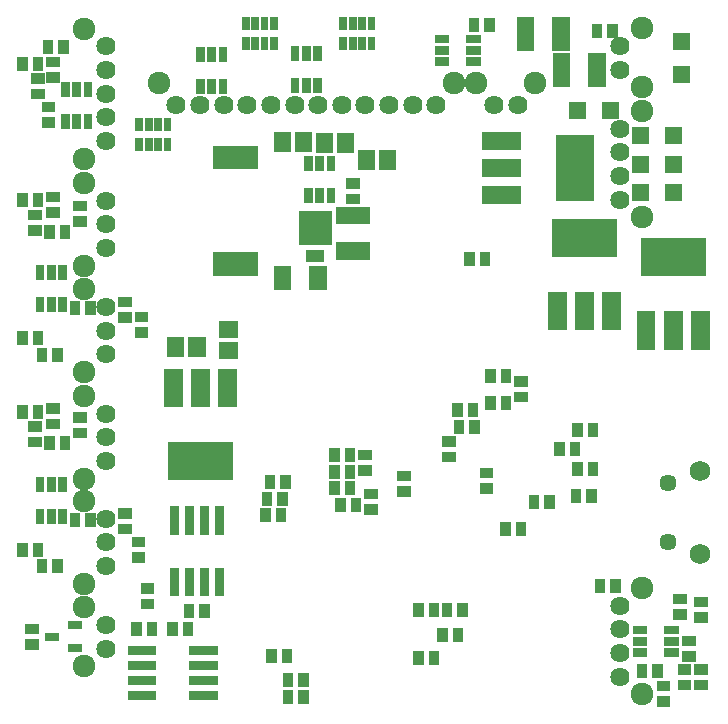
<source format=gbr>
G04 start of page 9 for group -4062 idx -4062 *
G04 Title: receiver, soldermask *
G04 Creator: pcb 20140316 *
G04 CreationDate: Tue 02 Jan 2018 12:34:38 AM GMT UTC *
G04 For: brian *
G04 Format: Gerber/RS-274X *
G04 PCB-Dimensions (mil): 6000.00 5000.00 *
G04 PCB-Coordinate-Origin: lower left *
%MOIN*%
%FSLAX25Y25*%
%LNBOTTOMMASK*%
%ADD146R,0.0300X0.0300*%
%ADD145R,0.0268X0.0268*%
%ADD144R,0.1280X0.1280*%
%ADD143C,0.0001*%
%ADD142R,0.0620X0.0620*%
%ADD141R,0.0400X0.0400*%
%ADD140R,0.1100X0.1100*%
%ADD139R,0.0787X0.0787*%
%ADD138R,0.0572X0.0572*%
%ADD137R,0.0260X0.0260*%
%ADD136R,0.0291X0.0291*%
%ADD135R,0.0355X0.0355*%
%ADD134C,0.0689*%
%ADD133C,0.0571*%
%ADD132C,0.0757*%
%ADD131C,0.0640*%
G54D131*X180283Y48563D03*
Y56437D03*
G54D132*X173016Y42657D03*
Y62343D03*
G54D131*X180283Y76126D03*
Y84000D03*
Y91874D03*
G54D132*X173016Y70220D03*
Y97780D03*
Y105220D03*
G54D131*X180283Y111126D03*
Y119000D03*
Y126874D03*
G54D132*X173016Y132780D03*
G54D131*X351717Y249437D03*
Y241563D03*
G54D132*X358984Y255343D03*
Y235657D03*
G54D131*X351717Y221811D03*
G54D132*X358984Y227717D03*
G54D131*X351717Y213937D03*
Y206063D03*
Y198189D03*
G54D132*X358984Y192283D03*
G54D131*X309563Y229717D03*
X317437D03*
G54D132*X323343Y236984D03*
X303657D03*
G54D131*X180283Y146626D03*
G54D132*X173016Y140720D03*
G54D131*X180283Y154500D03*
Y182126D03*
Y162374D03*
G54D132*X173016Y168280D03*
Y176220D03*
Y203780D03*
Y211846D03*
G54D133*X367661Y103843D03*
Y84157D03*
G54D134*X378291Y107780D03*
Y80220D03*
G54D131*X351717Y62811D03*
G54D132*X358984Y68717D03*
G54D131*X351717Y54937D03*
Y47063D03*
Y39189D03*
G54D132*X358984Y33283D03*
G54D131*X180283Y190000D03*
Y197874D03*
Y217752D03*
Y225626D03*
Y233500D03*
Y241374D03*
Y249248D03*
G54D132*X173016Y255154D03*
G54D131*X203693Y229717D03*
X211567D03*
X219441D03*
G54D132*X197787Y236984D03*
G54D131*X227315Y229717D03*
X235189D03*
X243063D03*
X250937D03*
X258811D03*
X266685D03*
X274559D03*
X282433D03*
X290307D03*
G54D132*X296213Y236984D03*
G54D135*X162008Y238941D02*X162992D01*
X162008Y244059D02*X162992D01*
G54D136*X174240Y235799D02*Y233831D01*
X170500Y235799D02*Y233831D01*
X166760Y235799D02*Y233831D01*
Y225169D02*Y223201D01*
G54D135*X160508Y223941D02*X161492D01*
X160508Y229059D02*X161492D01*
G54D136*X170500Y225169D02*Y223201D01*
X174240Y225169D02*Y223201D01*
G54D135*X157559Y243992D02*Y243008D01*
X152441Y243992D02*Y243008D01*
X160941Y249492D02*Y248508D01*
X166059Y249492D02*Y248508D01*
X157008Y233441D02*X157992D01*
X157008Y238559D02*X157992D01*
G54D136*X219240Y247614D02*Y245646D01*
X215500Y247614D02*Y245646D01*
X211760Y247614D02*Y245646D01*
Y236984D02*Y235016D01*
X215500Y236984D02*Y235016D01*
X219240Y236984D02*Y235016D01*
G54D137*X200724Y224232D02*Y222461D01*
X197575Y224232D02*Y222461D01*
X194425Y224232D02*Y222461D01*
X191276Y224232D02*Y222461D01*
X200724Y217539D02*Y215768D01*
X197575Y217539D02*Y215768D01*
X194425Y217539D02*Y215768D01*
X191276Y217539D02*Y215768D01*
G54D138*X238957Y217893D02*Y217107D01*
G54D139*X219957Y212217D02*X227043D01*
X219957Y176783D02*X227043D01*
G54D138*X239095Y173181D02*Y170819D01*
G54D135*X262008Y198441D02*X262992D01*
X262008Y203559D02*X262992D01*
G54D138*X259745Y192905D02*X265255D01*
G54D140*X250000Y189000D02*Y188500D01*
G54D141*X249000Y179500D02*X251000D01*
G54D138*X259745Y181095D02*X265255D01*
X250905Y173181D02*Y170819D01*
G54D136*X247760Y200669D02*Y198701D01*
X251500Y200669D02*Y198701D01*
X255240Y200669D02*Y198701D01*
G54D138*X246043Y217893D02*Y217107D01*
G54D136*X255240Y211299D02*Y209331D01*
G54D138*X260043Y217393D02*Y216607D01*
X252957Y217393D02*Y216607D01*
G54D136*X251500Y211299D02*Y209331D01*
X247760Y211299D02*Y209331D01*
G54D138*X274043Y211893D02*Y211107D01*
X266957Y211893D02*Y211107D01*
G54D136*X250740Y247799D02*Y245831D01*
X247000Y247799D02*Y245831D01*
X243260Y247799D02*Y245831D01*
Y237169D02*Y235201D01*
X247000Y237169D02*Y235201D01*
X250740Y237169D02*Y235201D01*
X165740Y174799D02*Y172831D01*
X162000Y174799D02*Y172831D01*
X158260Y174799D02*Y172831D01*
G54D135*X157559Y198492D02*Y197508D01*
X152441Y198492D02*Y197508D01*
X162008Y199059D02*X162992D01*
X171008Y196059D02*X171992D01*
X162008Y193941D02*X162992D01*
X166559Y187992D02*Y187008D01*
X161441Y187992D02*Y187008D01*
X171008Y190941D02*X171992D01*
X156008Y187941D02*X156992D01*
X156008Y193059D02*X156992D01*
G54D136*X158260Y164169D02*Y162201D01*
X162000Y164169D02*Y162201D01*
X165740Y164169D02*Y162201D01*
G54D135*X157559Y152492D02*Y151508D01*
X169941Y162492D02*Y161508D01*
X175059Y162492D02*Y161508D01*
X152441Y152492D02*Y151508D01*
X158941Y146992D02*Y146008D01*
X164059Y146992D02*Y146008D01*
X191508Y153941D02*X192492D01*
G54D138*X203457Y149393D02*Y148607D01*
G54D135*X191508Y159059D02*X192492D01*
X186008Y164059D02*X186992D01*
X186008Y158941D02*X186992D01*
G54D138*X220607Y147957D02*X221393D01*
X220607Y155043D02*X221393D01*
G54D142*X211700Y138700D02*Y132100D01*
X220800Y138700D02*Y132100D01*
G54D138*X210543Y149393D02*Y148607D01*
G54D142*X202700Y138700D02*Y132100D01*
G54D135*X349059Y254992D02*Y254008D01*
X343941Y254992D02*Y254008D01*
G54D138*X332095Y244255D02*Y238745D01*
X343905Y244255D02*Y238745D01*
X331905Y256255D02*Y250745D01*
G54D143*G36*
X369205Y242783D02*Y237193D01*
X374795D01*
Y242783D01*
X369205D01*
G37*
G36*
Y253807D02*Y248217D01*
X374795D01*
Y253807D01*
X369205D01*
G37*
G54D144*X364800Y179000D02*X373800D01*
X335300Y185500D02*X344300D01*
G54D142*X308800Y199700D02*X315400D01*
G54D143*G36*
X366717Y203295D02*Y197705D01*
X372307D01*
Y203295D01*
X366717D01*
G37*
G36*
X355693D02*Y197705D01*
X361283D01*
Y203295D01*
X355693D01*
G37*
G36*
X366717Y222295D02*Y216705D01*
X372307D01*
Y222295D01*
X366717D01*
G37*
G36*
X355693D02*Y216705D01*
X361283D01*
Y222295D01*
X355693D01*
G37*
G36*
X366717Y212795D02*Y207205D01*
X372307D01*
Y212795D01*
X366717D01*
G37*
G36*
X355693D02*Y207205D01*
X361283D01*
Y212795D01*
X355693D01*
G37*
G54D144*X336500Y213200D02*Y204200D01*
G54D143*G36*
X334693Y230795D02*Y225205D01*
X340283D01*
Y230795D01*
X334693D01*
G37*
G36*
X345717D02*Y225205D01*
X351307D01*
Y230795D01*
X345717D01*
G37*
G54D138*X320095Y256255D02*Y250745D01*
G54D135*X308059Y256992D02*Y256008D01*
X302941Y256992D02*Y256008D01*
G54D136*X301831Y244260D02*X303799D01*
X301831Y248000D02*X303799D01*
X301831Y251740D02*X303799D01*
X291201D02*X293169D01*
X291201Y248000D02*X293169D01*
X291201Y244260D02*X293169D01*
G54D142*X308800Y208700D02*X315400D01*
G54D135*X301441Y178992D02*Y178008D01*
X306559Y178992D02*Y178008D01*
G54D142*X308800Y217800D02*X315400D01*
G54D137*X236224Y257732D02*Y255961D01*
X268724Y257732D02*Y255961D01*
X265575Y257732D02*Y255961D01*
X262425Y257732D02*Y255961D01*
X259276Y257732D02*Y255961D01*
X236224Y251039D02*Y249268D01*
X233075Y251039D02*Y249268D01*
X229925Y251039D02*Y249268D01*
X226776Y251039D02*Y249268D01*
X233075Y257732D02*Y255961D01*
X229925Y257732D02*Y255961D01*
X226776Y257732D02*Y255961D01*
X268724Y251039D02*Y249268D01*
X265575Y251039D02*Y249268D01*
X262425Y251039D02*Y249268D01*
X259276Y251039D02*Y249268D01*
G54D135*X308441Y139992D02*Y139008D01*
X313559Y139992D02*Y139008D01*
X318008Y137559D02*X318992D01*
X308441Y130992D02*Y130008D01*
X313559Y130992D02*Y130008D01*
X318008Y132441D02*X318992D01*
X279008Y106059D02*X279992D01*
X306508Y107059D02*X307492D01*
X306508Y101941D02*X307492D01*
X279008Y100941D02*X279992D01*
X336559Y115492D02*Y114508D01*
X337441Y121992D02*Y121008D01*
X342559Y121992D02*Y121008D01*
Y108992D02*Y108008D01*
X336941Y99992D02*Y99008D01*
X342059Y99992D02*Y99008D01*
X328059Y97992D02*Y97008D01*
X322941Y97992D02*Y97008D01*
X313441Y88992D02*Y88008D01*
X318559Y88992D02*Y88008D01*
X337441Y108992D02*Y108008D01*
X331441Y115492D02*Y114508D01*
G54D142*X360200Y157900D02*Y151300D01*
X348800Y164400D02*Y157800D01*
X339800Y164400D02*Y157800D01*
X330700Y164400D02*Y157800D01*
X378300Y157900D02*Y151300D01*
X369300Y157900D02*Y151300D01*
G54D135*X303059Y122992D02*Y122008D01*
X297941Y122992D02*Y122008D01*
X294008Y112441D02*X294992D01*
X294008Y117559D02*X294992D01*
X297441Y128492D02*Y127508D01*
X302559Y128492D02*Y127508D01*
G54D136*X165740Y104299D02*Y102331D01*
X162000Y104299D02*Y102331D01*
X158260Y104299D02*Y102331D01*
G54D135*X157559Y127992D02*Y127008D01*
X152441Y127992D02*Y127008D01*
X162008Y128559D02*X162992D01*
X171008Y125559D02*X171992D01*
X162008Y123441D02*X162992D01*
X166559Y117492D02*Y116508D01*
X161441Y117492D02*Y116508D01*
X171008Y120441D02*X171992D01*
X156008Y117441D02*X156992D01*
X156008Y122559D02*X156992D01*
G54D136*X158260Y93669D02*Y91701D01*
X162000Y93669D02*Y91701D01*
X165740Y93669D02*Y91701D01*
G54D135*X157559Y81992D02*Y81008D01*
X169941Y91992D02*Y91008D01*
X175059Y91992D02*Y91008D01*
X152441Y81992D02*Y81008D01*
X164059Y76492D02*Y75508D01*
G54D145*X168894Y48681D02*X170744D01*
X168894Y56319D02*X170744D01*
X161256Y52500D02*X163106D01*
G54D135*X155008Y49941D02*X155992D01*
X155008Y55059D02*X155992D01*
G54D146*X189000Y33000D02*X195500D01*
X189000Y38000D02*X195500D01*
X189000Y48000D02*X195500D01*
G54D135*X158941Y76492D02*Y75508D01*
X186008Y88441D02*X186992D01*
X190508Y78941D02*X191492D01*
X190508Y84059D02*X191492D01*
G54D146*X209500Y48000D02*X216000D01*
X209500Y43000D02*X216000D01*
X209500Y33000D02*X216000D01*
X209500Y38000D02*X216000D01*
X189000Y43000D02*X195500D01*
G54D135*X207559Y55492D02*Y54508D01*
X213059Y61492D02*Y60508D01*
X207941Y61492D02*Y60508D01*
X202441Y55492D02*Y54508D01*
X190441Y55492D02*Y54508D01*
X195559Y55492D02*Y54508D01*
G54D146*X218000Y74000D02*Y67500D01*
X213000Y74000D02*Y67500D01*
X208000Y74000D02*Y67500D01*
X203000Y74000D02*Y67500D01*
G54D135*X193508Y68559D02*X194492D01*
X193508Y63441D02*X194492D01*
X186008Y93559D02*X186992D01*
G54D146*X218000Y94500D02*Y88000D01*
X213000Y94500D02*Y88000D01*
X203000Y94500D02*Y88000D01*
X208000Y94500D02*Y88000D01*
G54D135*X235441Y46492D02*Y45508D01*
X240941Y38492D02*Y37508D01*
X240559Y46492D02*Y45508D01*
X233941Y98992D02*Y98008D01*
X234941Y104492D02*Y103508D01*
X239059Y98992D02*Y98008D01*
X240059Y104492D02*Y103508D01*
X238559Y93492D02*Y92508D01*
X233441Y93492D02*Y92508D01*
G54D144*X207200Y111000D02*X216200D01*
G54D135*X246059Y38492D02*Y37508D01*
X256441Y113492D02*Y112508D01*
X261559Y113492D02*Y112508D01*
X256441Y107992D02*Y107008D01*
X261559Y107992D02*Y107008D01*
X266008Y113059D02*X266992D01*
X266008Y107941D02*X266992D01*
X258441Y96992D02*Y96008D01*
X263559Y96992D02*Y96008D01*
X268008Y94941D02*X268992D01*
X268008Y100059D02*X268992D01*
X256441Y102492D02*Y101508D01*
X261559Y102492D02*Y101508D01*
X344941Y69992D02*Y69008D01*
X350059Y69992D02*Y69008D01*
X358941Y41492D02*Y40508D01*
X364059Y41492D02*Y40508D01*
X365508Y36059D02*X366492D01*
X365508Y30941D02*X366492D01*
X378008Y36441D02*X378992D01*
X378008Y41559D02*X378992D01*
X374008Y51059D02*X374992D01*
X374008Y45941D02*X374992D01*
X378008Y58941D02*X378992D01*
X378008Y64059D02*X378992D01*
X372508Y41559D02*X373492D01*
G54D136*X367831Y47260D02*X369799D01*
X367831Y51000D02*X369799D01*
X367831Y54740D02*X369799D01*
G54D135*X371008Y65059D02*X371992D01*
X371008Y59941D02*X371992D01*
X372508Y36441D02*X373492D01*
G54D136*X357201Y54740D02*X359169D01*
X357201Y51000D02*X359169D01*
X357201Y47260D02*X359169D01*
G54D135*X246059Y32992D02*Y32008D01*
X240941Y32992D02*Y32008D01*
X292441Y53492D02*Y52508D01*
X297559Y53492D02*Y52508D01*
X299059Y61992D02*Y61008D01*
X293941Y61992D02*Y61008D01*
X284441Y61992D02*Y61008D01*
X289559Y61992D02*Y61008D01*
X289607Y45872D02*Y44888D01*
X284489Y45872D02*Y44888D01*
M02*

</source>
